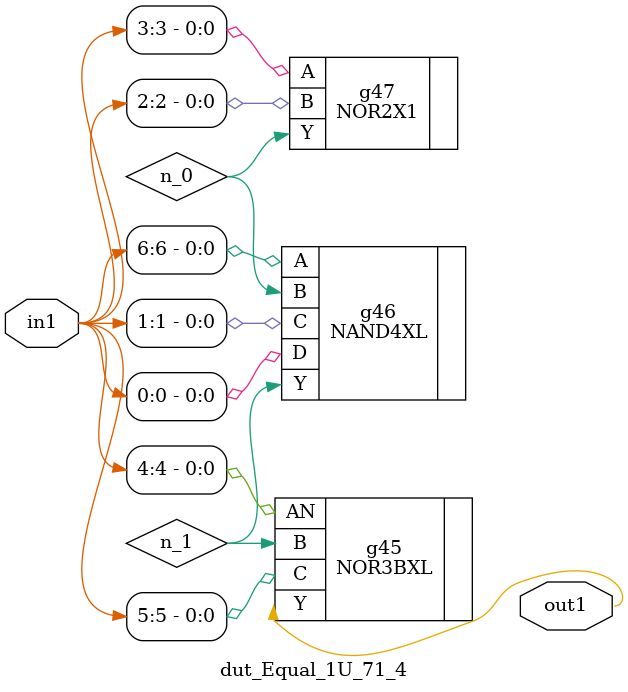
<source format=v>
`timescale 1ps / 1ps


module dut_Equal_1U_71_4(in1, out1);
  input [6:0] in1;
  output out1;
  wire [6:0] in1;
  wire out1;
  wire n_0, n_1;
  NOR3BXL g45(.AN (in1[4]), .B (n_1), .C (in1[5]), .Y (out1));
  NAND4XL g46(.A (in1[6]), .B (n_0), .C (in1[1]), .D (in1[0]), .Y
       (n_1));
  NOR2X1 g47(.A (in1[3]), .B (in1[2]), .Y (n_0));
endmodule



</source>
